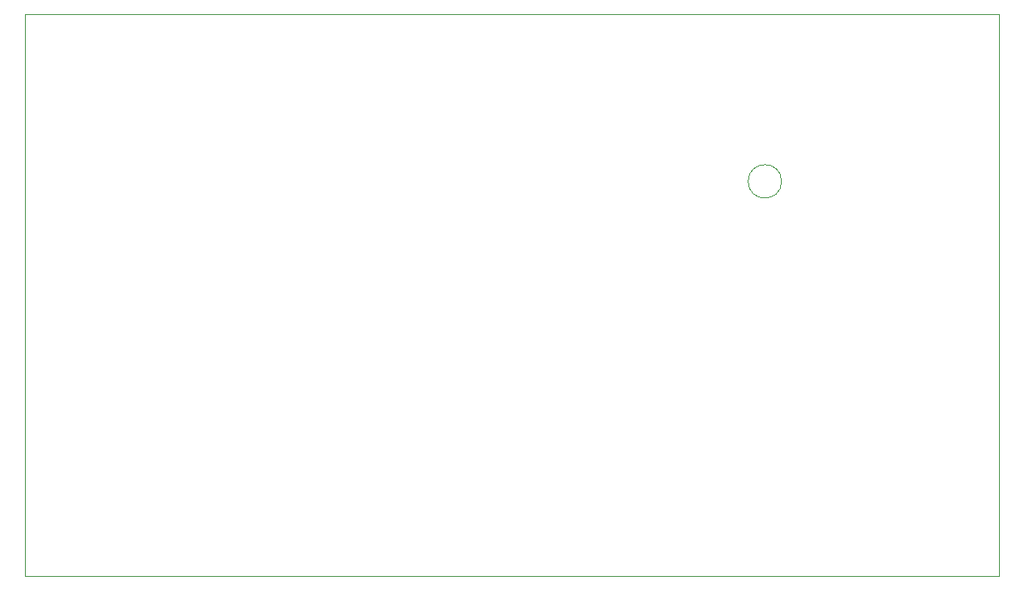
<source format=gm1>
G04 #@! TF.FileFunction,Profile,NP*
%FSLAX46Y46*%
G04 Gerber Fmt 4.6, Leading zero omitted, Abs format (unit mm)*
G04 Created by KiCad (PCBNEW 4.0.6) date 06/03/17 00:39:33*
%MOMM*%
%LPD*%
G01*
G04 APERTURE LIST*
%ADD10C,0.100000*%
%ADD11C,0.099060*%
G04 APERTURE END LIST*
D10*
X39370000Y-129540000D02*
X39370000Y-72390000D01*
X138430000Y-129540000D02*
X39370000Y-129540000D01*
X138430000Y-72390000D02*
X138430000Y-129540000D01*
X39370000Y-72390000D02*
X138430000Y-72390000D01*
D11*
X116326920Y-89357200D02*
G75*
G03X116326920Y-89357200I-1699260J0D01*
G01*
M02*

</source>
